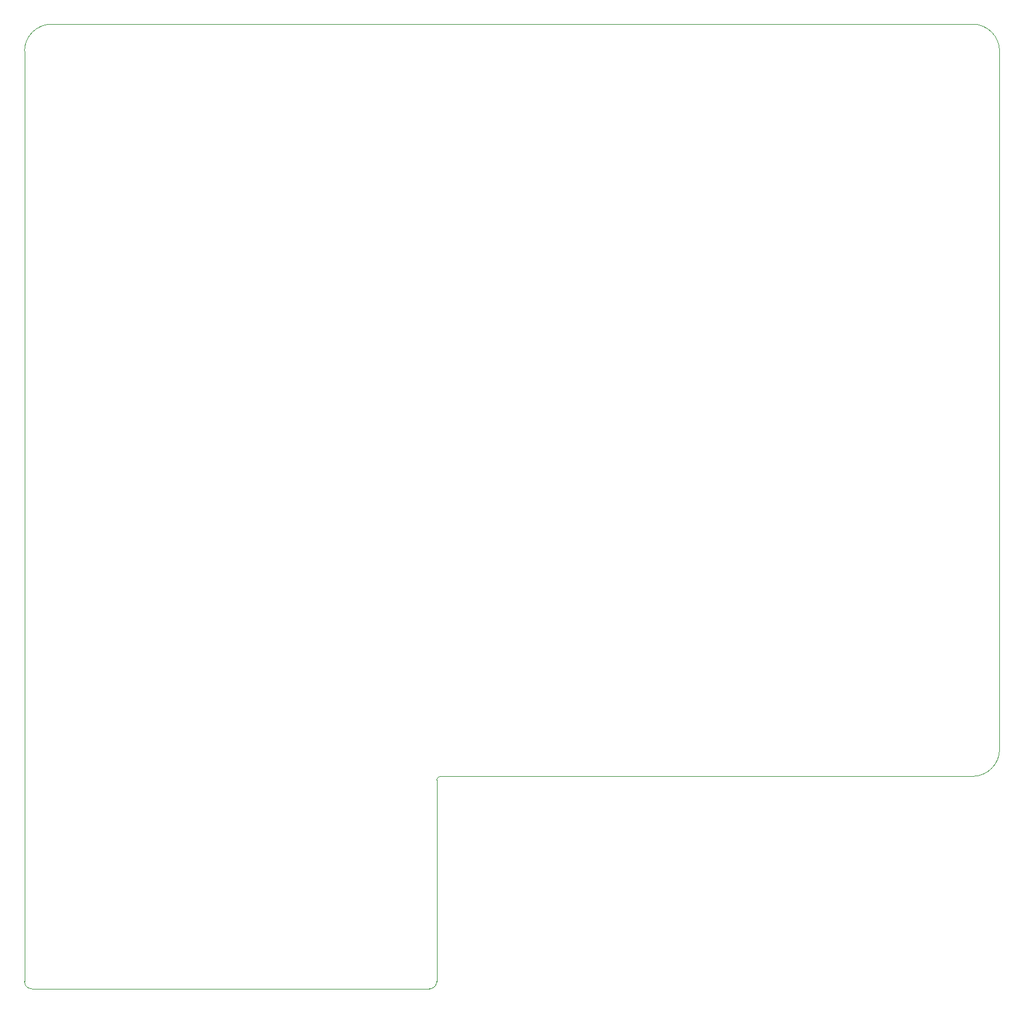
<source format=gm1>
G04 #@! TF.GenerationSoftware,KiCad,Pcbnew,(5.1.9)-1*
G04 #@! TF.CreationDate,2023-04-24T20:36:16+01:00*
G04 #@! TF.ProjectId,C64RAMCart,43363452-414d-4436-9172-742e6b696361,rev001*
G04 #@! TF.SameCoordinates,Original*
G04 #@! TF.FileFunction,Profile,NP*
%FSLAX46Y46*%
G04 Gerber Fmt 4.6, Leading zero omitted, Abs format (unit mm)*
G04 Created by KiCad (PCBNEW (5.1.9)-1) date 2023-04-24 20:36:16*
%MOMM*%
%LPD*%
G01*
G04 APERTURE LIST*
G04 #@! TA.AperFunction,Profile*
%ADD10C,0.025400*%
G04 #@! TD*
G04 APERTURE END LIST*
D10*
X80079000Y-30031000D02*
G75*
G02*
X83889000Y-26221000I3810000J0D01*
G01*
X213250000Y-26221000D02*
X83889000Y-26221000D01*
X213250000Y-26221000D02*
G75*
G02*
X217060000Y-30031000I0J-3810000D01*
G01*
X217060000Y-128095000D02*
G75*
G02*
X213250000Y-131905000I-3810000J0D01*
G01*
X138499000Y-131905000D02*
G75*
G03*
X137991000Y-132413000I0J-508000D01*
G01*
X213250000Y-131905000D02*
X138499000Y-131905000D01*
X217060000Y-128095000D02*
X217060000Y-30031000D01*
X137991000Y-132413000D02*
X137991000Y-160353000D01*
X80079000Y-160353000D02*
X80079000Y-160734000D01*
X80079000Y-160734000D02*
G75*
G03*
X81095000Y-161750000I1016000J0D01*
G01*
X137991000Y-160734000D02*
X137991000Y-160353000D01*
X136975000Y-161750000D02*
G75*
G03*
X137991000Y-160734000I0J1016000D01*
G01*
X80079000Y-30031000D02*
X80079000Y-160353000D01*
X81095000Y-161750000D02*
X136975000Y-161750000D01*
M02*

</source>
